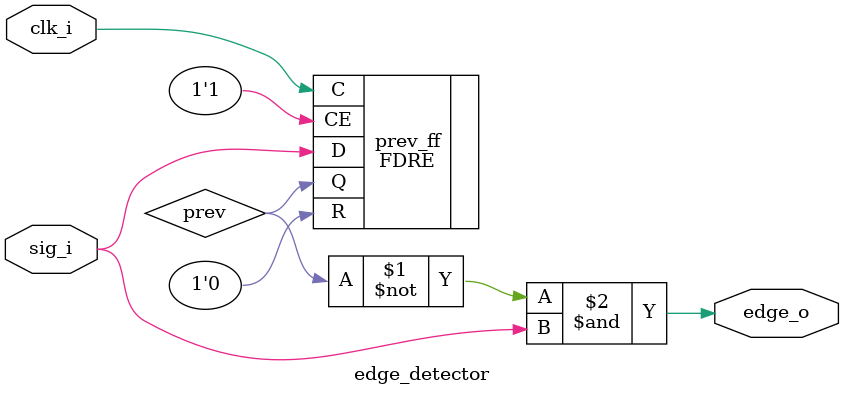
<source format=v>
`timescale 1ns / 1ps

module edge_detector(
    input clk_i,
    input sig_i,
    output edge_o
    );
    
    wire prev;
    
    // Flip flop to store the previous value of sig_i
    FDRE prev_ff (
        .Q(prev),
        .C(clk_i),
        .CE(1'b1),
        .R(1'b0),
        .D(sig_i)
    );
    
    assign edge_o = ~prev & sig_i;
    
endmodule

</source>
